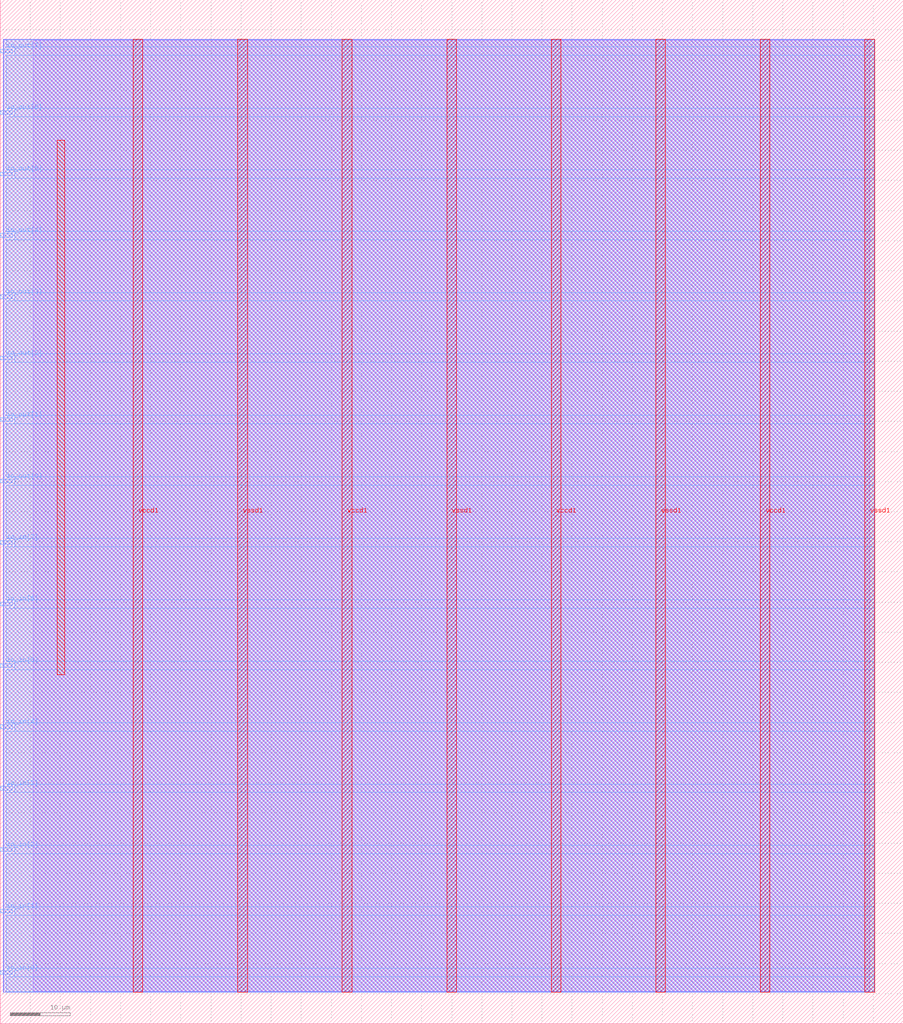
<source format=lef>
VERSION 5.7 ;
  NOWIREEXTENSIONATPIN ON ;
  DIVIDERCHAR "/" ;
  BUSBITCHARS "[]" ;
MACRO user_module_341546888233747026
  CLASS BLOCK ;
  FOREIGN user_module_341546888233747026 ;
  ORIGIN 0.000 0.000 ;
  SIZE 150.000 BY 170.000 ;
  PIN io_in[0]
    DIRECTION INPUT ;
    USE SIGNAL ;
    PORT
      LAYER met3 ;
        RECT 0.000 8.200 2.000 8.800 ;
    END
  END io_in[0]
  PIN io_in[1]
    DIRECTION INPUT ;
    USE SIGNAL ;
    PORT
      LAYER met3 ;
        RECT 0.000 18.400 2.000 19.000 ;
    END
  END io_in[1]
  PIN io_in[2]
    DIRECTION INPUT ;
    USE SIGNAL ;
    PORT
      LAYER met3 ;
        RECT 0.000 28.600 2.000 29.200 ;
    END
  END io_in[2]
  PIN io_in[3]
    DIRECTION INPUT ;
    USE SIGNAL ;
    PORT
      LAYER met3 ;
        RECT 0.000 38.800 2.000 39.400 ;
    END
  END io_in[3]
  PIN io_in[4]
    DIRECTION INPUT ;
    USE SIGNAL ;
    PORT
      LAYER met3 ;
        RECT 0.000 49.000 2.000 49.600 ;
    END
  END io_in[4]
  PIN io_in[5]
    DIRECTION INPUT ;
    USE SIGNAL ;
    PORT
      LAYER met3 ;
        RECT 0.000 59.200 2.000 59.800 ;
    END
  END io_in[5]
  PIN io_in[6]
    DIRECTION INPUT ;
    USE SIGNAL ;
    PORT
      LAYER met3 ;
        RECT 0.000 69.400 2.000 70.000 ;
    END
  END io_in[6]
  PIN io_in[7]
    DIRECTION INPUT ;
    USE SIGNAL ;
    PORT
      LAYER met3 ;
        RECT 0.000 79.600 2.000 80.200 ;
    END
  END io_in[7]
  PIN io_out[0]
    DIRECTION OUTPUT TRISTATE ;
    USE SIGNAL ;
    PORT
      LAYER met3 ;
        RECT 0.000 89.800 2.000 90.400 ;
    END
  END io_out[0]
  PIN io_out[1]
    DIRECTION OUTPUT TRISTATE ;
    USE SIGNAL ;
    PORT
      LAYER met3 ;
        RECT 0.000 100.000 2.000 100.600 ;
    END
  END io_out[1]
  PIN io_out[2]
    DIRECTION OUTPUT TRISTATE ;
    USE SIGNAL ;
    PORT
      LAYER met3 ;
        RECT 0.000 110.200 2.000 110.800 ;
    END
  END io_out[2]
  PIN io_out[3]
    DIRECTION OUTPUT TRISTATE ;
    USE SIGNAL ;
    PORT
      LAYER met3 ;
        RECT 0.000 120.400 2.000 121.000 ;
    END
  END io_out[3]
  PIN io_out[4]
    DIRECTION OUTPUT TRISTATE ;
    USE SIGNAL ;
    PORT
      LAYER met3 ;
        RECT 0.000 130.600 2.000 131.200 ;
    END
  END io_out[4]
  PIN io_out[5]
    DIRECTION OUTPUT TRISTATE ;
    USE SIGNAL ;
    PORT
      LAYER met3 ;
        RECT 0.000 140.800 2.000 141.400 ;
    END
  END io_out[5]
  PIN io_out[6]
    DIRECTION OUTPUT TRISTATE ;
    USE SIGNAL ;
    PORT
      LAYER met3 ;
        RECT 0.000 151.000 2.000 151.600 ;
    END
  END io_out[6]
  PIN io_out[7]
    DIRECTION OUTPUT TRISTATE ;
    USE SIGNAL ;
    PORT
      LAYER met3 ;
        RECT 0.000 161.200 2.000 161.800 ;
    END
  END io_out[7]
  PIN vccd1
    DIRECTION INOUT ;
    USE POWER ;
    PORT
      LAYER met4 ;
        RECT 22.085 5.200 23.685 163.440 ;
    END
    PORT
      LAYER met4 ;
        RECT 56.815 5.200 58.415 163.440 ;
    END
    PORT
      LAYER met4 ;
        RECT 91.545 5.200 93.145 163.440 ;
    END
    PORT
      LAYER met4 ;
        RECT 126.275 5.200 127.875 163.440 ;
    END
  END vccd1
  PIN vssd1
    DIRECTION INOUT ;
    USE GROUND ;
    PORT
      LAYER met4 ;
        RECT 39.450 5.200 41.050 163.440 ;
    END
    PORT
      LAYER met4 ;
        RECT 74.180 5.200 75.780 163.440 ;
    END
    PORT
      LAYER met4 ;
        RECT 108.910 5.200 110.510 163.440 ;
    END
    PORT
      LAYER met4 ;
        RECT 143.640 5.200 145.240 163.440 ;
    END
  END vssd1
  OBS
      LAYER li1 ;
        RECT 5.520 5.355 144.440 163.285 ;
      LAYER met1 ;
        RECT 0.530 5.200 145.240 163.440 ;
      LAYER met2 ;
        RECT 0.560 5.255 145.210 163.385 ;
      LAYER met3 ;
        RECT 0.985 162.200 145.230 163.365 ;
        RECT 2.400 160.800 145.230 162.200 ;
        RECT 0.985 152.000 145.230 160.800 ;
        RECT 2.400 150.600 145.230 152.000 ;
        RECT 0.985 141.800 145.230 150.600 ;
        RECT 2.400 140.400 145.230 141.800 ;
        RECT 0.985 131.600 145.230 140.400 ;
        RECT 2.400 130.200 145.230 131.600 ;
        RECT 0.985 121.400 145.230 130.200 ;
        RECT 2.400 120.000 145.230 121.400 ;
        RECT 0.985 111.200 145.230 120.000 ;
        RECT 2.400 109.800 145.230 111.200 ;
        RECT 0.985 101.000 145.230 109.800 ;
        RECT 2.400 99.600 145.230 101.000 ;
        RECT 0.985 90.800 145.230 99.600 ;
        RECT 2.400 89.400 145.230 90.800 ;
        RECT 0.985 80.600 145.230 89.400 ;
        RECT 2.400 79.200 145.230 80.600 ;
        RECT 0.985 70.400 145.230 79.200 ;
        RECT 2.400 69.000 145.230 70.400 ;
        RECT 0.985 60.200 145.230 69.000 ;
        RECT 2.400 58.800 145.230 60.200 ;
        RECT 0.985 50.000 145.230 58.800 ;
        RECT 2.400 48.600 145.230 50.000 ;
        RECT 0.985 39.800 145.230 48.600 ;
        RECT 2.400 38.400 145.230 39.800 ;
        RECT 0.985 29.600 145.230 38.400 ;
        RECT 2.400 28.200 145.230 29.600 ;
        RECT 0.985 19.400 145.230 28.200 ;
        RECT 2.400 18.000 145.230 19.400 ;
        RECT 0.985 9.200 145.230 18.000 ;
        RECT 2.400 7.800 145.230 9.200 ;
        RECT 0.985 5.275 145.230 7.800 ;
      LAYER met4 ;
        RECT 9.495 57.975 10.745 146.705 ;
  END
END user_module_341546888233747026
END LIBRARY


</source>
